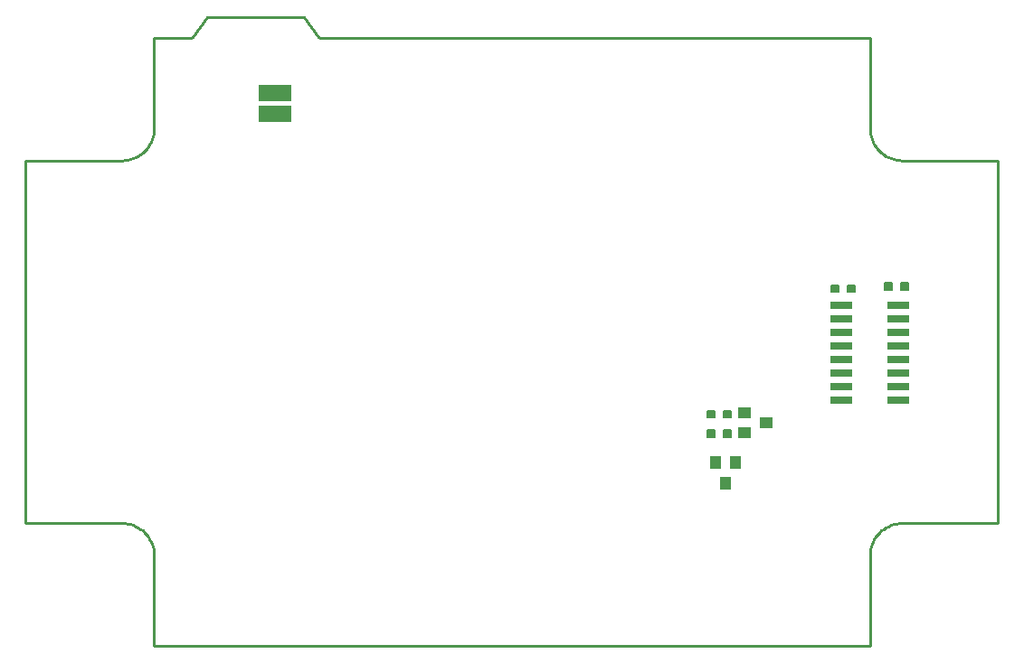
<source format=gbp>
G04 EAGLE Gerber RS-274X export*
G75*
%MOMM*%
%FSLAX34Y34*%
%LPD*%
%INSolderpasteBOT*%
%IPPOS*%
%AMOC8*
5,1,8,0,0,1.08239X$1,22.5*%
G01*
%ADD10C,0.160000*%
%ADD11R,1.000000X1.270000*%
%ADD12R,1.270000X1.000000*%
%ADD13R,3.125000X1.625000*%
%ADD14R,2.045500X0.645200*%
%ADD15C,0.254000*%


D10*
X819300Y340200D02*
X825700Y340200D01*
X825700Y333800D01*
X819300Y333800D01*
X819300Y340200D01*
X819300Y335320D02*
X825700Y335320D01*
X825700Y336840D02*
X819300Y336840D01*
X819300Y338360D02*
X825700Y338360D01*
X825700Y339880D02*
X819300Y339880D01*
X810700Y340200D02*
X804300Y340200D01*
X810700Y340200D02*
X810700Y333800D01*
X804300Y333800D01*
X804300Y340200D01*
X804300Y335320D02*
X810700Y335320D01*
X810700Y336840D02*
X804300Y336840D01*
X804300Y338360D02*
X810700Y338360D01*
X810700Y339880D02*
X804300Y339880D01*
X775700Y338200D02*
X769300Y338200D01*
X775700Y338200D02*
X775700Y331800D01*
X769300Y331800D01*
X769300Y338200D01*
X769300Y333320D02*
X775700Y333320D01*
X775700Y334840D02*
X769300Y334840D01*
X769300Y336360D02*
X775700Y336360D01*
X775700Y337880D02*
X769300Y337880D01*
X760700Y338200D02*
X754300Y338200D01*
X760700Y338200D02*
X760700Y331800D01*
X754300Y331800D01*
X754300Y338200D01*
X754300Y333320D02*
X760700Y333320D01*
X760700Y334840D02*
X754300Y334840D01*
X754300Y336360D02*
X760700Y336360D01*
X760700Y337880D02*
X754300Y337880D01*
D11*
X655000Y152000D03*
X664500Y172000D03*
X645500Y172000D03*
D12*
X693000Y209000D03*
X673000Y218500D03*
X673000Y199500D03*
D10*
X644700Y213800D02*
X638300Y213800D01*
X638300Y220200D01*
X644700Y220200D01*
X644700Y213800D01*
X644700Y215320D02*
X638300Y215320D01*
X638300Y216840D02*
X644700Y216840D01*
X644700Y218360D02*
X638300Y218360D01*
X638300Y219880D02*
X644700Y219880D01*
X653300Y213800D02*
X659700Y213800D01*
X653300Y213800D02*
X653300Y220200D01*
X659700Y220200D01*
X659700Y213800D01*
X659700Y215320D02*
X653300Y215320D01*
X653300Y216840D02*
X659700Y216840D01*
X659700Y218360D02*
X653300Y218360D01*
X653300Y219880D02*
X659700Y219880D01*
X659700Y202200D02*
X653300Y202200D01*
X659700Y202200D02*
X659700Y195800D01*
X653300Y195800D01*
X653300Y202200D01*
X653300Y197320D02*
X659700Y197320D01*
X659700Y198840D02*
X653300Y198840D01*
X653300Y200360D02*
X659700Y200360D01*
X659700Y201880D02*
X653300Y201880D01*
X644700Y202200D02*
X638300Y202200D01*
X644700Y202200D02*
X644700Y195800D01*
X638300Y195800D01*
X638300Y202200D01*
X638300Y197320D02*
X644700Y197320D01*
X644700Y198840D02*
X638300Y198840D01*
X638300Y200360D02*
X644700Y200360D01*
X644700Y201880D02*
X638300Y201880D01*
D13*
X233000Y499000D03*
X233000Y518000D03*
D14*
X816349Y319450D03*
X816349Y306750D03*
X816349Y294050D03*
X816349Y281350D03*
X816349Y268650D03*
X816349Y255950D03*
X816349Y243250D03*
X816349Y230550D03*
X763651Y230550D03*
X763651Y243250D03*
X763651Y255950D03*
X763651Y268650D03*
X763651Y281350D03*
X763651Y294050D03*
X763651Y306750D03*
X763651Y319450D03*
D15*
X0Y115000D02*
X90000Y115000D01*
X92615Y114886D01*
X95209Y114544D01*
X97765Y113978D01*
X100261Y113191D01*
X102679Y112189D01*
X105000Y110981D01*
X107207Y109575D01*
X109284Y107981D01*
X111213Y106213D01*
X112981Y104284D01*
X114575Y102207D01*
X115981Y100000D01*
X117189Y97679D01*
X118191Y95261D01*
X118978Y92765D01*
X119544Y90209D01*
X119886Y87615D01*
X120000Y85000D01*
X120000Y0D01*
X790000Y0D01*
X790000Y85000D01*
X790114Y87615D01*
X790456Y90209D01*
X791022Y92765D01*
X791809Y95261D01*
X792811Y97679D01*
X794019Y100000D01*
X795425Y102207D01*
X797019Y104284D01*
X798787Y106213D01*
X800716Y107981D01*
X802793Y109575D01*
X805000Y110981D01*
X807321Y112189D01*
X809739Y113191D01*
X812235Y113978D01*
X814791Y114544D01*
X817385Y114886D01*
X820000Y115000D01*
X910000Y115000D01*
X910000Y455000D01*
X820000Y455000D01*
X817385Y455114D01*
X814791Y455456D01*
X812235Y456022D01*
X809739Y456809D01*
X807321Y457811D01*
X805000Y459019D01*
X802793Y460425D01*
X800716Y462019D01*
X798787Y463787D01*
X797019Y465716D01*
X795425Y467793D01*
X794019Y470000D01*
X792811Y472321D01*
X791809Y474739D01*
X791022Y477235D01*
X790456Y479791D01*
X790114Y482385D01*
X790000Y485000D01*
X790000Y570000D01*
X275505Y570000D01*
X275388Y570003D01*
X275214Y570021D01*
X275043Y570054D01*
X274875Y570102D01*
X274712Y570164D01*
X274555Y570240D01*
X274405Y570330D01*
X274264Y570432D01*
X274132Y570546D01*
X274010Y570671D01*
X273900Y570807D01*
X260000Y589500D01*
X170000Y589500D01*
X156100Y570807D01*
X156027Y570714D01*
X155909Y570586D01*
X155780Y570468D01*
X155642Y570362D01*
X155495Y570268D01*
X155340Y570187D01*
X155179Y570121D01*
X155012Y570068D01*
X154842Y570030D01*
X154669Y570008D01*
X154495Y570000D01*
X120000Y570000D01*
X120000Y485000D01*
X119886Y482385D01*
X119544Y479791D01*
X118978Y477235D01*
X118191Y474739D01*
X117189Y472321D01*
X115981Y470000D01*
X114575Y467793D01*
X112981Y465716D01*
X111213Y463787D01*
X109284Y462019D01*
X107207Y460425D01*
X105000Y459019D01*
X102679Y457811D01*
X100261Y456809D01*
X97765Y456022D01*
X95209Y455456D01*
X92615Y455114D01*
X90000Y455000D01*
X0Y455000D01*
X0Y115000D01*
M02*

</source>
